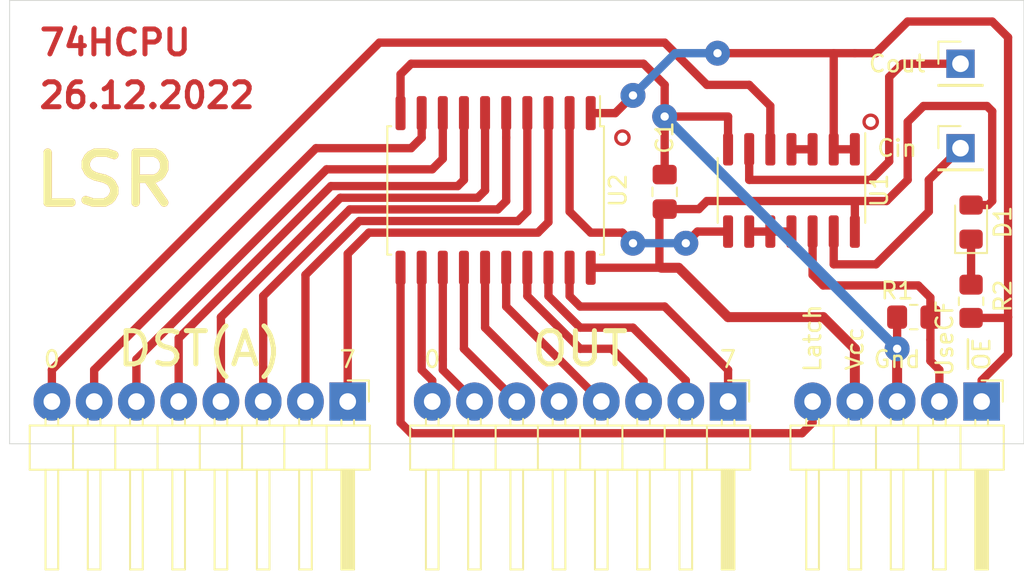
<source format=kicad_pcb>
(kicad_pcb (version 20171130) (host pcbnew "(5.1.8)-1")

  (general
    (thickness 1.6)
    (drawings 23)
    (tracks 165)
    (zones 0)
    (modules 11)
    (nets 28)
  )

  (page A4 portrait)
  (layers
    (0 F.Cu signal)
    (31 B.Cu signal)
    (32 B.Adhes user)
    (33 F.Adhes user)
    (34 B.Paste user)
    (35 F.Paste user)
    (36 B.SilkS user)
    (37 F.SilkS user)
    (38 B.Mask user)
    (39 F.Mask user)
    (40 Dwgs.User user)
    (41 Cmts.User user)
    (42 Eco1.User user)
    (43 Eco2.User user)
    (44 Edge.Cuts user)
    (45 Margin user)
    (46 B.CrtYd user)
    (47 F.CrtYd user)
    (48 B.Fab user)
    (49 F.Fab user)
  )

  (setup
    (last_trace_width 0.25)
    (user_trace_width 0.5)
    (user_trace_width 0.6)
    (trace_clearance 0.2)
    (zone_clearance 0.508)
    (zone_45_only no)
    (trace_min 0.2)
    (via_size 0.8)
    (via_drill 0.4)
    (via_min_size 0.4)
    (via_min_drill 0.3)
    (user_via 1.5 0.5)
    (uvia_size 0.3)
    (uvia_drill 0.1)
    (uvias_allowed no)
    (uvia_min_size 0.2)
    (uvia_min_drill 0.1)
    (edge_width 0.05)
    (segment_width 0.2)
    (pcb_text_width 0.3)
    (pcb_text_size 1.5 1.5)
    (mod_edge_width 0.12)
    (mod_text_size 1 1)
    (mod_text_width 0.15)
    (pad_size 1.524 1.524)
    (pad_drill 0.762)
    (pad_to_mask_clearance 0)
    (aux_axis_origin 63.5 39.37)
    (visible_elements 7FFFFFFF)
    (pcbplotparams
      (layerselection 0x010f0_ffffffff)
      (usegerberextensions true)
      (usegerberattributes false)
      (usegerberadvancedattributes false)
      (creategerberjobfile false)
      (excludeedgelayer true)
      (linewidth 0.100000)
      (plotframeref false)
      (viasonmask false)
      (mode 1)
      (useauxorigin true)
      (hpglpennumber 1)
      (hpglpenspeed 20)
      (hpglpendiameter 15.000000)
      (psnegative false)
      (psa4output false)
      (plotreference true)
      (plotvalue true)
      (plotinvisibletext false)
      (padsonsilk false)
      (subtractmaskfromsilk false)
      (outputformat 1)
      (mirror false)
      (drillshape 0)
      (scaleselection 1)
      (outputdirectory "gerber/"))
  )

  (net 0 "")
  (net 1 VCC)
  (net 2 GND)
  (net 3 "Net-(D1-Pad1)")
  (net 4 "/~(CF&OE)")
  (net 5 /D7)
  (net 6 /D6)
  (net 7 /D5)
  (net 8 /D4)
  (net 9 /D3)
  (net 10 /D2)
  (net 11 /D1)
  (net 12 /D0)
  (net 13 /O0)
  (net 14 /O1)
  (net 15 /O2)
  (net 16 /O3)
  (net 17 /O4)
  (net 18 /O5)
  (net 19 /O6)
  (net 20 /O7)
  (net 21 /CF_IN)
  (net 22 /UseCF)
  (net 23 /~OE)
  (net 24 /Latch)
  (net 25 "Net-(U1-Pad3)")
  (net 26 "Net-(U1-Pad8)")
  (net 27 "Net-(U1-Pad10)")

  (net_class Default "This is the default net class."
    (clearance 0.2)
    (trace_width 0.25)
    (via_dia 0.8)
    (via_drill 0.4)
    (uvia_dia 0.3)
    (uvia_drill 0.1)
    (add_net /CF_IN)
    (add_net /D0)
    (add_net /D1)
    (add_net /D2)
    (add_net /D3)
    (add_net /D4)
    (add_net /D5)
    (add_net /D6)
    (add_net /D7)
    (add_net /Latch)
    (add_net /O0)
    (add_net /O1)
    (add_net /O2)
    (add_net /O3)
    (add_net /O4)
    (add_net /O5)
    (add_net /O6)
    (add_net /O7)
    (add_net /UseCF)
    (add_net "/~(CF&OE)")
    (add_net /~OE)
    (add_net GND)
    (add_net "Net-(D1-Pad1)")
    (add_net "Net-(U1-Pad10)")
    (add_net "Net-(U1-Pad3)")
    (add_net "Net-(U1-Pad8)")
    (add_net VCC)
  )

  (module Connector_PinHeader_2.54mm:PinHeader_1x05_P2.54mm_Horizontal (layer F.Cu) (tedit 59FED5CB) (tstamp 6381A221)
    (at 121.92 63.5 270)
    (descr "Through hole angled pin header, 1x05, 2.54mm pitch, 6mm pin length, single row")
    (tags "Through hole angled pin header THT 1x05 2.54mm single row")
    (path /638139F2)
    (fp_text reference J5 (at 0.635 -1.905 90) (layer F.SilkS) hide
      (effects (font (size 1 1) (thickness 0.15)))
    )
    (fp_text value Conn_01x05_Male (at 4.385 12.43 90) (layer F.Fab)
      (effects (font (size 1 1) (thickness 0.15)))
    )
    (fp_line (start 10.55 -1.8) (end -1.8 -1.8) (layer F.CrtYd) (width 0.05))
    (fp_line (start 10.55 11.95) (end 10.55 -1.8) (layer F.CrtYd) (width 0.05))
    (fp_line (start -1.8 11.95) (end 10.55 11.95) (layer F.CrtYd) (width 0.05))
    (fp_line (start -1.8 -1.8) (end -1.8 11.95) (layer F.CrtYd) (width 0.05))
    (fp_line (start -1.27 -1.27) (end 0 -1.27) (layer F.SilkS) (width 0.12))
    (fp_line (start -1.27 0) (end -1.27 -1.27) (layer F.SilkS) (width 0.12))
    (fp_line (start 1.042929 10.54) (end 1.44 10.54) (layer F.SilkS) (width 0.12))
    (fp_line (start 1.042929 9.78) (end 1.44 9.78) (layer F.SilkS) (width 0.12))
    (fp_line (start 10.1 10.54) (end 4.1 10.54) (layer F.SilkS) (width 0.12))
    (fp_line (start 10.1 9.78) (end 10.1 10.54) (layer F.SilkS) (width 0.12))
    (fp_line (start 4.1 9.78) (end 10.1 9.78) (layer F.SilkS) (width 0.12))
    (fp_line (start 1.44 8.89) (end 4.1 8.89) (layer F.SilkS) (width 0.12))
    (fp_line (start 1.042929 8) (end 1.44 8) (layer F.SilkS) (width 0.12))
    (fp_line (start 1.042929 7.24) (end 1.44 7.24) (layer F.SilkS) (width 0.12))
    (fp_line (start 10.1 8) (end 4.1 8) (layer F.SilkS) (width 0.12))
    (fp_line (start 10.1 7.24) (end 10.1 8) (layer F.SilkS) (width 0.12))
    (fp_line (start 4.1 7.24) (end 10.1 7.24) (layer F.SilkS) (width 0.12))
    (fp_line (start 1.44 6.35) (end 4.1 6.35) (layer F.SilkS) (width 0.12))
    (fp_line (start 1.042929 5.46) (end 1.44 5.46) (layer F.SilkS) (width 0.12))
    (fp_line (start 1.042929 4.7) (end 1.44 4.7) (layer F.SilkS) (width 0.12))
    (fp_line (start 10.1 5.46) (end 4.1 5.46) (layer F.SilkS) (width 0.12))
    (fp_line (start 10.1 4.7) (end 10.1 5.46) (layer F.SilkS) (width 0.12))
    (fp_line (start 4.1 4.7) (end 10.1 4.7) (layer F.SilkS) (width 0.12))
    (fp_line (start 1.44 3.81) (end 4.1 3.81) (layer F.SilkS) (width 0.12))
    (fp_line (start 1.042929 2.92) (end 1.44 2.92) (layer F.SilkS) (width 0.12))
    (fp_line (start 1.042929 2.16) (end 1.44 2.16) (layer F.SilkS) (width 0.12))
    (fp_line (start 10.1 2.92) (end 4.1 2.92) (layer F.SilkS) (width 0.12))
    (fp_line (start 10.1 2.16) (end 10.1 2.92) (layer F.SilkS) (width 0.12))
    (fp_line (start 4.1 2.16) (end 10.1 2.16) (layer F.SilkS) (width 0.12))
    (fp_line (start 1.44 1.27) (end 4.1 1.27) (layer F.SilkS) (width 0.12))
    (fp_line (start 1.11 0.38) (end 1.44 0.38) (layer F.SilkS) (width 0.12))
    (fp_line (start 1.11 -0.38) (end 1.44 -0.38) (layer F.SilkS) (width 0.12))
    (fp_line (start 4.1 0.28) (end 10.1 0.28) (layer F.SilkS) (width 0.12))
    (fp_line (start 4.1 0.16) (end 10.1 0.16) (layer F.SilkS) (width 0.12))
    (fp_line (start 4.1 0.04) (end 10.1 0.04) (layer F.SilkS) (width 0.12))
    (fp_line (start 4.1 -0.08) (end 10.1 -0.08) (layer F.SilkS) (width 0.12))
    (fp_line (start 4.1 -0.2) (end 10.1 -0.2) (layer F.SilkS) (width 0.12))
    (fp_line (start 4.1 -0.32) (end 10.1 -0.32) (layer F.SilkS) (width 0.12))
    (fp_line (start 10.1 0.38) (end 4.1 0.38) (layer F.SilkS) (width 0.12))
    (fp_line (start 10.1 -0.38) (end 10.1 0.38) (layer F.SilkS) (width 0.12))
    (fp_line (start 4.1 -0.38) (end 10.1 -0.38) (layer F.SilkS) (width 0.12))
    (fp_line (start 4.1 -1.33) (end 1.44 -1.33) (layer F.SilkS) (width 0.12))
    (fp_line (start 4.1 11.49) (end 4.1 -1.33) (layer F.SilkS) (width 0.12))
    (fp_line (start 1.44 11.49) (end 4.1 11.49) (layer F.SilkS) (width 0.12))
    (fp_line (start 1.44 -1.33) (end 1.44 11.49) (layer F.SilkS) (width 0.12))
    (fp_line (start 4.04 10.48) (end 10.04 10.48) (layer F.Fab) (width 0.1))
    (fp_line (start 10.04 9.84) (end 10.04 10.48) (layer F.Fab) (width 0.1))
    (fp_line (start 4.04 9.84) (end 10.04 9.84) (layer F.Fab) (width 0.1))
    (fp_line (start -0.32 10.48) (end 1.5 10.48) (layer F.Fab) (width 0.1))
    (fp_line (start -0.32 9.84) (end -0.32 10.48) (layer F.Fab) (width 0.1))
    (fp_line (start -0.32 9.84) (end 1.5 9.84) (layer F.Fab) (width 0.1))
    (fp_line (start 4.04 7.94) (end 10.04 7.94) (layer F.Fab) (width 0.1))
    (fp_line (start 10.04 7.3) (end 10.04 7.94) (layer F.Fab) (width 0.1))
    (fp_line (start 4.04 7.3) (end 10.04 7.3) (layer F.Fab) (width 0.1))
    (fp_line (start -0.32 7.94) (end 1.5 7.94) (layer F.Fab) (width 0.1))
    (fp_line (start -0.32 7.3) (end -0.32 7.94) (layer F.Fab) (width 0.1))
    (fp_line (start -0.32 7.3) (end 1.5 7.3) (layer F.Fab) (width 0.1))
    (fp_line (start 4.04 5.4) (end 10.04 5.4) (layer F.Fab) (width 0.1))
    (fp_line (start 10.04 4.76) (end 10.04 5.4) (layer F.Fab) (width 0.1))
    (fp_line (start 4.04 4.76) (end 10.04 4.76) (layer F.Fab) (width 0.1))
    (fp_line (start -0.32 5.4) (end 1.5 5.4) (layer F.Fab) (width 0.1))
    (fp_line (start -0.32 4.76) (end -0.32 5.4) (layer F.Fab) (width 0.1))
    (fp_line (start -0.32 4.76) (end 1.5 4.76) (layer F.Fab) (width 0.1))
    (fp_line (start 4.04 2.86) (end 10.04 2.86) (layer F.Fab) (width 0.1))
    (fp_line (start 10.04 2.22) (end 10.04 2.86) (layer F.Fab) (width 0.1))
    (fp_line (start 4.04 2.22) (end 10.04 2.22) (layer F.Fab) (width 0.1))
    (fp_line (start -0.32 2.86) (end 1.5 2.86) (layer F.Fab) (width 0.1))
    (fp_line (start -0.32 2.22) (end -0.32 2.86) (layer F.Fab) (width 0.1))
    (fp_line (start -0.32 2.22) (end 1.5 2.22) (layer F.Fab) (width 0.1))
    (fp_line (start 4.04 0.32) (end 10.04 0.32) (layer F.Fab) (width 0.1))
    (fp_line (start 10.04 -0.32) (end 10.04 0.32) (layer F.Fab) (width 0.1))
    (fp_line (start 4.04 -0.32) (end 10.04 -0.32) (layer F.Fab) (width 0.1))
    (fp_line (start -0.32 0.32) (end 1.5 0.32) (layer F.Fab) (width 0.1))
    (fp_line (start -0.32 -0.32) (end -0.32 0.32) (layer F.Fab) (width 0.1))
    (fp_line (start -0.32 -0.32) (end 1.5 -0.32) (layer F.Fab) (width 0.1))
    (fp_line (start 1.5 -0.635) (end 2.135 -1.27) (layer F.Fab) (width 0.1))
    (fp_line (start 1.5 11.43) (end 1.5 -0.635) (layer F.Fab) (width 0.1))
    (fp_line (start 4.04 11.43) (end 1.5 11.43) (layer F.Fab) (width 0.1))
    (fp_line (start 4.04 -1.27) (end 4.04 11.43) (layer F.Fab) (width 0.1))
    (fp_line (start 2.135 -1.27) (end 4.04 -1.27) (layer F.Fab) (width 0.1))
    (fp_text user %R (at 2.77 5.08) (layer F.Fab)
      (effects (font (size 1 1) (thickness 0.15)))
    )
    (pad 5 thru_hole oval (at 0 10.16 270) (size 2.3 2.2) (drill 1) (layers *.Cu *.Mask)
      (net 24 /Latch))
    (pad 4 thru_hole oval (at 0 7.62 270) (size 2.3 2.2) (drill 1) (layers *.Cu *.Mask)
      (net 1 VCC))
    (pad 3 thru_hole oval (at 0 5.08 270) (size 2.3 2.2) (drill 1) (layers *.Cu *.Mask)
      (net 2 GND))
    (pad 2 thru_hole oval (at 0 2.54 270) (size 2.3 2.2) (drill 1) (layers *.Cu *.Mask)
      (net 22 /UseCF))
    (pad 1 thru_hole rect (at 0 0 270) (size 2.3 2.2) (drill 1) (layers *.Cu *.Mask)
      (net 23 /~OE))
    (model ${KISYS3DMOD}/Connector_PinHeader_2.54mm.3dshapes/PinHeader_1x05_P2.54mm_Horizontal.wrl
      (at (xyz 0 0 0))
      (scale (xyz 1 1 1))
      (rotate (xyz 0 0 0))
    )
  )

  (module Capacitor_SMD:C_0805_2012Metric_Pad1.18x1.45mm_HandSolder (layer F.Cu) (tedit 5F68FEEF) (tstamp 6381A0C9)
    (at 102.87 50.885 90)
    (descr "Capacitor SMD 0805 (2012 Metric), square (rectangular) end terminal, IPC_7351 nominal with elongated pad for handsoldering. (Body size source: IPC-SM-782 page 76, https://www.pcb-3d.com/wordpress/wp-content/uploads/ipc-sm-782a_amendment_1_and_2.pdf, https://docs.google.com/spreadsheets/d/1BsfQQcO9C6DZCsRaXUlFlo91Tg2WpOkGARC1WS5S8t0/edit?usp=sharing), generated with kicad-footprint-generator")
    (tags "capacitor handsolder")
    (path /63844C3E)
    (attr smd)
    (fp_text reference C1 (at 3.26 0 90) (layer F.SilkS)
      (effects (font (size 1 1) (thickness 0.15)))
    )
    (fp_text value 0.1uF (at 0 1.68 90) (layer F.Fab)
      (effects (font (size 1 1) (thickness 0.15)))
    )
    (fp_line (start -1 0.625) (end -1 -0.625) (layer F.Fab) (width 0.1))
    (fp_line (start -1 -0.625) (end 1 -0.625) (layer F.Fab) (width 0.1))
    (fp_line (start 1 -0.625) (end 1 0.625) (layer F.Fab) (width 0.1))
    (fp_line (start 1 0.625) (end -1 0.625) (layer F.Fab) (width 0.1))
    (fp_line (start -0.261252 -0.735) (end 0.261252 -0.735) (layer F.SilkS) (width 0.12))
    (fp_line (start -0.261252 0.735) (end 0.261252 0.735) (layer F.SilkS) (width 0.12))
    (fp_line (start -1.88 0.98) (end -1.88 -0.98) (layer F.CrtYd) (width 0.05))
    (fp_line (start -1.88 -0.98) (end 1.88 -0.98) (layer F.CrtYd) (width 0.05))
    (fp_line (start 1.88 -0.98) (end 1.88 0.98) (layer F.CrtYd) (width 0.05))
    (fp_line (start 1.88 0.98) (end -1.88 0.98) (layer F.CrtYd) (width 0.05))
    (fp_text user %R (at 0 0 90) (layer F.Fab)
      (effects (font (size 0.5 0.5) (thickness 0.08)))
    )
    (pad 1 smd roundrect (at -1.0375 0 90) (size 1.175 1.45) (layers F.Cu F.Paste F.Mask) (roundrect_rratio 0.2127659574468085)
      (net 1 VCC))
    (pad 2 smd roundrect (at 1.0375 0 90) (size 1.175 1.45) (layers F.Cu F.Paste F.Mask) (roundrect_rratio 0.2127659574468085)
      (net 2 GND))
    (model ${KISYS3DMOD}/Capacitor_SMD.3dshapes/C_0805_2012Metric.wrl
      (at (xyz 0 0 0))
      (scale (xyz 1 1 1))
      (rotate (xyz 0 0 0))
    )
  )

  (module LED_SMD:LED_0805_2012Metric_Pad1.15x1.40mm_HandSolder (layer F.Cu) (tedit 5F68FEF1) (tstamp 6381A0DC)
    (at 121.285 52.705 90)
    (descr "LED SMD 0805 (2012 Metric), square (rectangular) end terminal, IPC_7351 nominal, (Body size source: https://docs.google.com/spreadsheets/d/1BsfQQcO9C6DZCsRaXUlFlo91Tg2WpOkGARC1WS5S8t0/edit?usp=sharing), generated with kicad-footprint-generator")
    (tags "LED handsolder")
    (path /63843747)
    (attr smd)
    (fp_text reference D1 (at 0 1.905 90) (layer F.SilkS)
      (effects (font (size 1 1) (thickness 0.15)))
    )
    (fp_text value LED (at 0 1.65 90) (layer F.Fab)
      (effects (font (size 1 1) (thickness 0.15)))
    )
    (fp_line (start 1 -0.6) (end -0.7 -0.6) (layer F.Fab) (width 0.1))
    (fp_line (start -0.7 -0.6) (end -1 -0.3) (layer F.Fab) (width 0.1))
    (fp_line (start -1 -0.3) (end -1 0.6) (layer F.Fab) (width 0.1))
    (fp_line (start -1 0.6) (end 1 0.6) (layer F.Fab) (width 0.1))
    (fp_line (start 1 0.6) (end 1 -0.6) (layer F.Fab) (width 0.1))
    (fp_line (start 1 -0.96) (end -1.86 -0.96) (layer F.SilkS) (width 0.12))
    (fp_line (start -1.86 -0.96) (end -1.86 0.96) (layer F.SilkS) (width 0.12))
    (fp_line (start -1.86 0.96) (end 1 0.96) (layer F.SilkS) (width 0.12))
    (fp_line (start -1.85 0.95) (end -1.85 -0.95) (layer F.CrtYd) (width 0.05))
    (fp_line (start -1.85 -0.95) (end 1.85 -0.95) (layer F.CrtYd) (width 0.05))
    (fp_line (start 1.85 -0.95) (end 1.85 0.95) (layer F.CrtYd) (width 0.05))
    (fp_line (start 1.85 0.95) (end -1.85 0.95) (layer F.CrtYd) (width 0.05))
    (fp_text user %R (at 0 0 90) (layer F.Fab)
      (effects (font (size 0.5 0.5) (thickness 0.08)))
    )
    (pad 1 smd roundrect (at -1.025 0 90) (size 1.15 1.4) (layers F.Cu F.Paste F.Mask) (roundrect_rratio 0.2173904347826087)
      (net 3 "Net-(D1-Pad1)"))
    (pad 2 smd roundrect (at 1.025 0 90) (size 1.15 1.4) (layers F.Cu F.Paste F.Mask) (roundrect_rratio 0.2173904347826087)
      (net 1 VCC))
    (model ${KISYS3DMOD}/LED_SMD.3dshapes/LED_0805_2012Metric.wrl
      (at (xyz 0 0 0))
      (scale (xyz 1 1 1))
      (rotate (xyz 0 0 0))
    )
  )

  (module Connector_PinHeader_2.54mm:PinHeader_1x01_P2.54mm_Vertical (layer F.Cu) (tedit 59FED5CC) (tstamp 6381A0F1)
    (at 120.65 43.18)
    (descr "Through hole straight pin header, 1x01, 2.54mm pitch, single row")
    (tags "Through hole pin header THT 1x01 2.54mm single row")
    (path /6382CC68)
    (fp_text reference J1 (at 0 -2.33) (layer F.SilkS) hide
      (effects (font (size 1 1) (thickness 0.15)))
    )
    (fp_text value Conn_01x01_Male (at -3.4925 -2.54) (layer F.Fab)
      (effects (font (size 1 1) (thickness 0.15)))
    )
    (fp_line (start -0.635 -1.27) (end 1.27 -1.27) (layer F.Fab) (width 0.1))
    (fp_line (start 1.27 -1.27) (end 1.27 1.27) (layer F.Fab) (width 0.1))
    (fp_line (start 1.27 1.27) (end -1.27 1.27) (layer F.Fab) (width 0.1))
    (fp_line (start -1.27 1.27) (end -1.27 -0.635) (layer F.Fab) (width 0.1))
    (fp_line (start -1.27 -0.635) (end -0.635 -1.27) (layer F.Fab) (width 0.1))
    (fp_line (start -1.33 1.33) (end 1.33 1.33) (layer F.SilkS) (width 0.12))
    (fp_line (start -1.33 1.27) (end -1.33 1.33) (layer F.SilkS) (width 0.12))
    (fp_line (start 1.33 1.27) (end 1.33 1.33) (layer F.SilkS) (width 0.12))
    (fp_line (start -1.33 1.27) (end 1.33 1.27) (layer F.SilkS) (width 0.12))
    (fp_line (start -1.33 0) (end -1.33 -1.33) (layer F.SilkS) (width 0.12))
    (fp_line (start -1.33 -1.33) (end 0 -1.33) (layer F.SilkS) (width 0.12))
    (fp_line (start -1.8 -1.8) (end -1.8 1.8) (layer F.CrtYd) (width 0.05))
    (fp_line (start -1.8 1.8) (end 1.8 1.8) (layer F.CrtYd) (width 0.05))
    (fp_line (start 1.8 1.8) (end 1.8 -1.8) (layer F.CrtYd) (width 0.05))
    (fp_line (start 1.8 -1.8) (end -1.8 -1.8) (layer F.CrtYd) (width 0.05))
    (fp_text user %R (at 0 0 90) (layer F.Fab)
      (effects (font (size 1 1) (thickness 0.15)))
    )
    (pad 1 thru_hole rect (at 0 0) (size 1.7 1.7) (drill 1) (layers *.Cu *.Mask)
      (net 4 "/~(CF&OE)"))
    (model ${KISYS3DMOD}/Connector_PinHeader_2.54mm.3dshapes/PinHeader_1x01_P2.54mm_Vertical.wrl
      (at (xyz 0 0 0))
      (scale (xyz 1 1 1))
      (rotate (xyz 0 0 0))
    )
  )

  (module Connector_PinHeader_2.54mm:PinHeader_1x08_P2.54mm_Horizontal (layer F.Cu) (tedit 59FED5CB) (tstamp 6381A172)
    (at 83.82 63.5 270)
    (descr "Through hole angled pin header, 1x08, 2.54mm pitch, 6mm pin length, single row")
    (tags "Through hole angled pin header THT 1x08 2.54mm single row")
    (path /638169EE)
    (fp_text reference J2 (at 0.635 -2.27 90) (layer F.SilkS) hide
      (effects (font (size 1 1) (thickness 0.15)))
    )
    (fp_text value Conn_01x08_Male (at 4.385 20.05 90) (layer F.Fab)
      (effects (font (size 1 1) (thickness 0.15)))
    )
    (fp_line (start 2.135 -1.27) (end 4.04 -1.27) (layer F.Fab) (width 0.1))
    (fp_line (start 4.04 -1.27) (end 4.04 19.05) (layer F.Fab) (width 0.1))
    (fp_line (start 4.04 19.05) (end 1.5 19.05) (layer F.Fab) (width 0.1))
    (fp_line (start 1.5 19.05) (end 1.5 -0.635) (layer F.Fab) (width 0.1))
    (fp_line (start 1.5 -0.635) (end 2.135 -1.27) (layer F.Fab) (width 0.1))
    (fp_line (start -0.32 -0.32) (end 1.5 -0.32) (layer F.Fab) (width 0.1))
    (fp_line (start -0.32 -0.32) (end -0.32 0.32) (layer F.Fab) (width 0.1))
    (fp_line (start -0.32 0.32) (end 1.5 0.32) (layer F.Fab) (width 0.1))
    (fp_line (start 4.04 -0.32) (end 10.04 -0.32) (layer F.Fab) (width 0.1))
    (fp_line (start 10.04 -0.32) (end 10.04 0.32) (layer F.Fab) (width 0.1))
    (fp_line (start 4.04 0.32) (end 10.04 0.32) (layer F.Fab) (width 0.1))
    (fp_line (start -0.32 2.22) (end 1.5 2.22) (layer F.Fab) (width 0.1))
    (fp_line (start -0.32 2.22) (end -0.32 2.86) (layer F.Fab) (width 0.1))
    (fp_line (start -0.32 2.86) (end 1.5 2.86) (layer F.Fab) (width 0.1))
    (fp_line (start 4.04 2.22) (end 10.04 2.22) (layer F.Fab) (width 0.1))
    (fp_line (start 10.04 2.22) (end 10.04 2.86) (layer F.Fab) (width 0.1))
    (fp_line (start 4.04 2.86) (end 10.04 2.86) (layer F.Fab) (width 0.1))
    (fp_line (start -0.32 4.76) (end 1.5 4.76) (layer F.Fab) (width 0.1))
    (fp_line (start -0.32 4.76) (end -0.32 5.4) (layer F.Fab) (width 0.1))
    (fp_line (start -0.32 5.4) (end 1.5 5.4) (layer F.Fab) (width 0.1))
    (fp_line (start 4.04 4.76) (end 10.04 4.76) (layer F.Fab) (width 0.1))
    (fp_line (start 10.04 4.76) (end 10.04 5.4) (layer F.Fab) (width 0.1))
    (fp_line (start 4.04 5.4) (end 10.04 5.4) (layer F.Fab) (width 0.1))
    (fp_line (start -0.32 7.3) (end 1.5 7.3) (layer F.Fab) (width 0.1))
    (fp_line (start -0.32 7.3) (end -0.32 7.94) (layer F.Fab) (width 0.1))
    (fp_line (start -0.32 7.94) (end 1.5 7.94) (layer F.Fab) (width 0.1))
    (fp_line (start 4.04 7.3) (end 10.04 7.3) (layer F.Fab) (width 0.1))
    (fp_line (start 10.04 7.3) (end 10.04 7.94) (layer F.Fab) (width 0.1))
    (fp_line (start 4.04 7.94) (end 10.04 7.94) (layer F.Fab) (width 0.1))
    (fp_line (start -0.32 9.84) (end 1.5 9.84) (layer F.Fab) (width 0.1))
    (fp_line (start -0.32 9.84) (end -0.32 10.48) (layer F.Fab) (width 0.1))
    (fp_line (start -0.32 10.48) (end 1.5 10.48) (layer F.Fab) (width 0.1))
    (fp_line (start 4.04 9.84) (end 10.04 9.84) (layer F.Fab) (width 0.1))
    (fp_line (start 10.04 9.84) (end 10.04 10.48) (layer F.Fab) (width 0.1))
    (fp_line (start 4.04 10.48) (end 10.04 10.48) (layer F.Fab) (width 0.1))
    (fp_line (start -0.32 12.38) (end 1.5 12.38) (layer F.Fab) (width 0.1))
    (fp_line (start -0.32 12.38) (end -0.32 13.02) (layer F.Fab) (width 0.1))
    (fp_line (start -0.32 13.02) (end 1.5 13.02) (layer F.Fab) (width 0.1))
    (fp_line (start 4.04 12.38) (end 10.04 12.38) (layer F.Fab) (width 0.1))
    (fp_line (start 10.04 12.38) (end 10.04 13.02) (layer F.Fab) (width 0.1))
    (fp_line (start 4.04 13.02) (end 10.04 13.02) (layer F.Fab) (width 0.1))
    (fp_line (start -0.32 14.92) (end 1.5 14.92) (layer F.Fab) (width 0.1))
    (fp_line (start -0.32 14.92) (end -0.32 15.56) (layer F.Fab) (width 0.1))
    (fp_line (start -0.32 15.56) (end 1.5 15.56) (layer F.Fab) (width 0.1))
    (fp_line (start 4.04 14.92) (end 10.04 14.92) (layer F.Fab) (width 0.1))
    (fp_line (start 10.04 14.92) (end 10.04 15.56) (layer F.Fab) (width 0.1))
    (fp_line (start 4.04 15.56) (end 10.04 15.56) (layer F.Fab) (width 0.1))
    (fp_line (start -0.32 17.46) (end 1.5 17.46) (layer F.Fab) (width 0.1))
    (fp_line (start -0.32 17.46) (end -0.32 18.1) (layer F.Fab) (width 0.1))
    (fp_line (start -0.32 18.1) (end 1.5 18.1) (layer F.Fab) (width 0.1))
    (fp_line (start 4.04 17.46) (end 10.04 17.46) (layer F.Fab) (width 0.1))
    (fp_line (start 10.04 17.46) (end 10.04 18.1) (layer F.Fab) (width 0.1))
    (fp_line (start 4.04 18.1) (end 10.04 18.1) (layer F.Fab) (width 0.1))
    (fp_line (start 1.44 -1.33) (end 1.44 19.11) (layer F.SilkS) (width 0.12))
    (fp_line (start 1.44 19.11) (end 4.1 19.11) (layer F.SilkS) (width 0.12))
    (fp_line (start 4.1 19.11) (end 4.1 -1.33) (layer F.SilkS) (width 0.12))
    (fp_line (start 4.1 -1.33) (end 1.44 -1.33) (layer F.SilkS) (width 0.12))
    (fp_line (start 4.1 -0.38) (end 10.1 -0.38) (layer F.SilkS) (width 0.12))
    (fp_line (start 10.1 -0.38) (end 10.1 0.38) (layer F.SilkS) (width 0.12))
    (fp_line (start 10.1 0.38) (end 4.1 0.38) (layer F.SilkS) (width 0.12))
    (fp_line (start 4.1 -0.32) (end 10.1 -0.32) (layer F.SilkS) (width 0.12))
    (fp_line (start 4.1 -0.2) (end 10.1 -0.2) (layer F.SilkS) (width 0.12))
    (fp_line (start 4.1 -0.08) (end 10.1 -0.08) (layer F.SilkS) (width 0.12))
    (fp_line (start 4.1 0.04) (end 10.1 0.04) (layer F.SilkS) (width 0.12))
    (fp_line (start 4.1 0.16) (end 10.1 0.16) (layer F.SilkS) (width 0.12))
    (fp_line (start 4.1 0.28) (end 10.1 0.28) (layer F.SilkS) (width 0.12))
    (fp_line (start 1.11 -0.38) (end 1.44 -0.38) (layer F.SilkS) (width 0.12))
    (fp_line (start 1.11 0.38) (end 1.44 0.38) (layer F.SilkS) (width 0.12))
    (fp_line (start 1.44 1.27) (end 4.1 1.27) (layer F.SilkS) (width 0.12))
    (fp_line (start 4.1 2.16) (end 10.1 2.16) (layer F.SilkS) (width 0.12))
    (fp_line (start 10.1 2.16) (end 10.1 2.92) (layer F.SilkS) (width 0.12))
    (fp_line (start 10.1 2.92) (end 4.1 2.92) (layer F.SilkS) (width 0.12))
    (fp_line (start 1.042929 2.16) (end 1.44 2.16) (layer F.SilkS) (width 0.12))
    (fp_line (start 1.042929 2.92) (end 1.44 2.92) (layer F.SilkS) (width 0.12))
    (fp_line (start 1.44 3.81) (end 4.1 3.81) (layer F.SilkS) (width 0.12))
    (fp_line (start 4.1 4.7) (end 10.1 4.7) (layer F.SilkS) (width 0.12))
    (fp_line (start 10.1 4.7) (end 10.1 5.46) (layer F.SilkS) (width 0.12))
    (fp_line (start 10.1 5.46) (end 4.1 5.46) (layer F.SilkS) (width 0.12))
    (fp_line (start 1.042929 4.7) (end 1.44 4.7) (layer F.SilkS) (width 0.12))
    (fp_line (start 1.042929 5.46) (end 1.44 5.46) (layer F.SilkS) (width 0.12))
    (fp_line (start 1.44 6.35) (end 4.1 6.35) (layer F.SilkS) (width 0.12))
    (fp_line (start 4.1 7.24) (end 10.1 7.24) (layer F.SilkS) (width 0.12))
    (fp_line (start 10.1 7.24) (end 10.1 8) (layer F.SilkS) (width 0.12))
    (fp_line (start 10.1 8) (end 4.1 8) (layer F.SilkS) (width 0.12))
    (fp_line (start 1.042929 7.24) (end 1.44 7.24) (layer F.SilkS) (width 0.12))
    (fp_line (start 1.042929 8) (end 1.44 8) (layer F.SilkS) (width 0.12))
    (fp_line (start 1.44 8.89) (end 4.1 8.89) (layer F.SilkS) (width 0.12))
    (fp_line (start 4.1 9.78) (end 10.1 9.78) (layer F.SilkS) (width 0.12))
    (fp_line (start 10.1 9.78) (end 10.1 10.54) (layer F.SilkS) (width 0.12))
    (fp_line (start 10.1 10.54) (end 4.1 10.54) (layer F.SilkS) (width 0.12))
    (fp_line (start 1.042929 9.78) (end 1.44 9.78) (layer F.SilkS) (width 0.12))
    (fp_line (start 1.042929 10.54) (end 1.44 10.54) (layer F.SilkS) (width 0.12))
    (fp_line (start 1.44 11.43) (end 4.1 11.43) (layer F.SilkS) (width 0.12))
    (fp_line (start 4.1 12.32) (end 10.1 12.32) (layer F.SilkS) (width 0.12))
    (fp_line (start 10.1 12.32) (end 10.1 13.08) (layer F.SilkS) (width 0.12))
    (fp_line (start 10.1 13.08) (end 4.1 13.08) (layer F.SilkS) (width 0.12))
    (fp_line (start 1.042929 12.32) (end 1.44 12.32) (layer F.SilkS) (width 0.12))
    (fp_line (start 1.042929 13.08) (end 1.44 13.08) (layer F.SilkS) (width 0.12))
    (fp_line (start 1.44 13.97) (end 4.1 13.97) (layer F.SilkS) (width 0.12))
    (fp_line (start 4.1 14.86) (end 10.1 14.86) (layer F.SilkS) (width 0.12))
    (fp_line (start 10.1 14.86) (end 10.1 15.62) (layer F.SilkS) (width 0.12))
    (fp_line (start 10.1 15.62) (end 4.1 15.62) (layer F.SilkS) (width 0.12))
    (fp_line (start 1.042929 14.86) (end 1.44 14.86) (layer F.SilkS) (width 0.12))
    (fp_line (start 1.042929 15.62) (end 1.44 15.62) (layer F.SilkS) (width 0.12))
    (fp_line (start 1.44 16.51) (end 4.1 16.51) (layer F.SilkS) (width 0.12))
    (fp_line (start 4.1 17.4) (end 10.1 17.4) (layer F.SilkS) (width 0.12))
    (fp_line (start 10.1 17.4) (end 10.1 18.16) (layer F.SilkS) (width 0.12))
    (fp_line (start 10.1 18.16) (end 4.1 18.16) (layer F.SilkS) (width 0.12))
    (fp_line (start 1.042929 17.4) (end 1.44 17.4) (layer F.SilkS) (width 0.12))
    (fp_line (start 1.042929 18.16) (end 1.44 18.16) (layer F.SilkS) (width 0.12))
    (fp_line (start -1.27 0) (end -1.27 -1.27) (layer F.SilkS) (width 0.12))
    (fp_line (start -1.27 -1.27) (end 0 -1.27) (layer F.SilkS) (width 0.12))
    (fp_line (start -1.8 -1.8) (end -1.8 19.55) (layer F.CrtYd) (width 0.05))
    (fp_line (start -1.8 19.55) (end 10.55 19.55) (layer F.CrtYd) (width 0.05))
    (fp_line (start 10.55 19.55) (end 10.55 -1.8) (layer F.CrtYd) (width 0.05))
    (fp_line (start 10.55 -1.8) (end -1.8 -1.8) (layer F.CrtYd) (width 0.05))
    (fp_text user %R (at 2.77 8.89) (layer F.Fab)
      (effects (font (size 1 1) (thickness 0.15)))
    )
    (pad 1 thru_hole rect (at 0 0 270) (size 2.3 2.2) (drill 1) (layers *.Cu *.Mask)
      (net 5 /D7))
    (pad 2 thru_hole oval (at 0 2.54 270) (size 2.3 2.2) (drill 1) (layers *.Cu *.Mask)
      (net 6 /D6))
    (pad 3 thru_hole oval (at 0 5.08 270) (size 2.3 2.2) (drill 1) (layers *.Cu *.Mask)
      (net 7 /D5))
    (pad 4 thru_hole oval (at 0 7.62 270) (size 2.3 2.2) (drill 1) (layers *.Cu *.Mask)
      (net 8 /D4))
    (pad 5 thru_hole oval (at 0 10.16 270) (size 2.3 2.2) (drill 1) (layers *.Cu *.Mask)
      (net 9 /D3))
    (pad 6 thru_hole oval (at 0 12.7 270) (size 2.3 2.2) (drill 1) (layers *.Cu *.Mask)
      (net 10 /D2))
    (pad 7 thru_hole oval (at 0 15.24 270) (size 2.3 2.2) (drill 1) (layers *.Cu *.Mask)
      (net 11 /D1))
    (pad 8 thru_hole oval (at 0 17.78 270) (size 2.3 2.2) (drill 1) (layers *.Cu *.Mask)
      (net 12 /D0))
    (model ${KISYS3DMOD}/Connector_PinHeader_2.54mm.3dshapes/PinHeader_1x08_P2.54mm_Horizontal.wrl
      (at (xyz 0 0 0))
      (scale (xyz 1 1 1))
      (rotate (xyz 0 0 0))
    )
  )

  (module Connector_PinHeader_2.54mm:PinHeader_1x08_P2.54mm_Horizontal (layer F.Cu) (tedit 59FED5CB) (tstamp 6381A1F3)
    (at 106.68 63.5 270)
    (descr "Through hole angled pin header, 1x08, 2.54mm pitch, 6mm pin length, single row")
    (tags "Through hole angled pin header THT 1x08 2.54mm single row")
    (path /63814E73)
    (fp_text reference J3 (at 0 -2.27 90) (layer F.SilkS) hide
      (effects (font (size 1 1) (thickness 0.15)))
    )
    (fp_text value Conn_01x08_Male (at 4.385 20.05 90) (layer F.Fab)
      (effects (font (size 1 1) (thickness 0.15)))
    )
    (fp_line (start 10.55 -1.8) (end -1.8 -1.8) (layer F.CrtYd) (width 0.05))
    (fp_line (start 10.55 19.55) (end 10.55 -1.8) (layer F.CrtYd) (width 0.05))
    (fp_line (start -1.8 19.55) (end 10.55 19.55) (layer F.CrtYd) (width 0.05))
    (fp_line (start -1.8 -1.8) (end -1.8 19.55) (layer F.CrtYd) (width 0.05))
    (fp_line (start -1.27 -1.27) (end 0 -1.27) (layer F.SilkS) (width 0.12))
    (fp_line (start -1.27 0) (end -1.27 -1.27) (layer F.SilkS) (width 0.12))
    (fp_line (start 1.042929 18.16) (end 1.44 18.16) (layer F.SilkS) (width 0.12))
    (fp_line (start 1.042929 17.4) (end 1.44 17.4) (layer F.SilkS) (width 0.12))
    (fp_line (start 10.1 18.16) (end 4.1 18.16) (layer F.SilkS) (width 0.12))
    (fp_line (start 10.1 17.4) (end 10.1 18.16) (layer F.SilkS) (width 0.12))
    (fp_line (start 4.1 17.4) (end 10.1 17.4) (layer F.SilkS) (width 0.12))
    (fp_line (start 1.44 16.51) (end 4.1 16.51) (layer F.SilkS) (width 0.12))
    (fp_line (start 1.042929 15.62) (end 1.44 15.62) (layer F.SilkS) (width 0.12))
    (fp_line (start 1.042929 14.86) (end 1.44 14.86) (layer F.SilkS) (width 0.12))
    (fp_line (start 10.1 15.62) (end 4.1 15.62) (layer F.SilkS) (width 0.12))
    (fp_line (start 10.1 14.86) (end 10.1 15.62) (layer F.SilkS) (width 0.12))
    (fp_line (start 4.1 14.86) (end 10.1 14.86) (layer F.SilkS) (width 0.12))
    (fp_line (start 1.44 13.97) (end 4.1 13.97) (layer F.SilkS) (width 0.12))
    (fp_line (start 1.042929 13.08) (end 1.44 13.08) (layer F.SilkS) (width 0.12))
    (fp_line (start 1.042929 12.32) (end 1.44 12.32) (layer F.SilkS) (width 0.12))
    (fp_line (start 10.1 13.08) (end 4.1 13.08) (layer F.SilkS) (width 0.12))
    (fp_line (start 10.1 12.32) (end 10.1 13.08) (layer F.SilkS) (width 0.12))
    (fp_line (start 4.1 12.32) (end 10.1 12.32) (layer F.SilkS) (width 0.12))
    (fp_line (start 1.44 11.43) (end 4.1 11.43) (layer F.SilkS) (width 0.12))
    (fp_line (start 1.042929 10.54) (end 1.44 10.54) (layer F.SilkS) (width 0.12))
    (fp_line (start 1.042929 9.78) (end 1.44 9.78) (layer F.SilkS) (width 0.12))
    (fp_line (start 10.1 10.54) (end 4.1 10.54) (layer F.SilkS) (width 0.12))
    (fp_line (start 10.1 9.78) (end 10.1 10.54) (layer F.SilkS) (width 0.12))
    (fp_line (start 4.1 9.78) (end 10.1 9.78) (layer F.SilkS) (width 0.12))
    (fp_line (start 1.44 8.89) (end 4.1 8.89) (layer F.SilkS) (width 0.12))
    (fp_line (start 1.042929 8) (end 1.44 8) (layer F.SilkS) (width 0.12))
    (fp_line (start 1.042929 7.24) (end 1.44 7.24) (layer F.SilkS) (width 0.12))
    (fp_line (start 10.1 8) (end 4.1 8) (layer F.SilkS) (width 0.12))
    (fp_line (start 10.1 7.24) (end 10.1 8) (layer F.SilkS) (width 0.12))
    (fp_line (start 4.1 7.24) (end 10.1 7.24) (layer F.SilkS) (width 0.12))
    (fp_line (start 1.44 6.35) (end 4.1 6.35) (layer F.SilkS) (width 0.12))
    (fp_line (start 1.042929 5.46) (end 1.44 5.46) (layer F.SilkS) (width 0.12))
    (fp_line (start 1.042929 4.7) (end 1.44 4.7) (layer F.SilkS) (width 0.12))
    (fp_line (start 10.1 5.46) (end 4.1 5.46) (layer F.SilkS) (width 0.12))
    (fp_line (start 10.1 4.7) (end 10.1 5.46) (layer F.SilkS) (width 0.12))
    (fp_line (start 4.1 4.7) (end 10.1 4.7) (layer F.SilkS) (width 0.12))
    (fp_line (start 1.44 3.81) (end 4.1 3.81) (layer F.SilkS) (width 0.12))
    (fp_line (start 1.042929 2.92) (end 1.44 2.92) (layer F.SilkS) (width 0.12))
    (fp_line (start 1.042929 2.16) (end 1.44 2.16) (layer F.SilkS) (width 0.12))
    (fp_line (start 10.1 2.92) (end 4.1 2.92) (layer F.SilkS) (width 0.12))
    (fp_line (start 10.1 2.16) (end 10.1 2.92) (layer F.SilkS) (width 0.12))
    (fp_line (start 4.1 2.16) (end 10.1 2.16) (layer F.SilkS) (width 0.12))
    (fp_line (start 1.44 1.27) (end 4.1 1.27) (layer F.SilkS) (width 0.12))
    (fp_line (start 1.11 0.38) (end 1.44 0.38) (layer F.SilkS) (width 0.12))
    (fp_line (start 1.11 -0.38) (end 1.44 -0.38) (layer F.SilkS) (width 0.12))
    (fp_line (start 4.1 0.28) (end 10.1 0.28) (layer F.SilkS) (width 0.12))
    (fp_line (start 4.1 0.16) (end 10.1 0.16) (layer F.SilkS) (width 0.12))
    (fp_line (start 4.1 0.04) (end 10.1 0.04) (layer F.SilkS) (width 0.12))
    (fp_line (start 4.1 -0.08) (end 10.1 -0.08) (layer F.SilkS) (width 0.12))
    (fp_line (start 4.1 -0.2) (end 10.1 -0.2) (layer F.SilkS) (width 0.12))
    (fp_line (start 4.1 -0.32) (end 10.1 -0.32) (layer F.SilkS) (width 0.12))
    (fp_line (start 10.1 0.38) (end 4.1 0.38) (layer F.SilkS) (width 0.12))
    (fp_line (start 10.1 -0.38) (end 10.1 0.38) (layer F.SilkS) (width 0.12))
    (fp_line (start 4.1 -0.38) (end 10.1 -0.38) (layer F.SilkS) (width 0.12))
    (fp_line (start 4.1 -1.33) (end 1.44 -1.33) (layer F.SilkS) (width 0.12))
    (fp_line (start 4.1 19.11) (end 4.1 -1.33) (layer F.SilkS) (width 0.12))
    (fp_line (start 1.44 19.11) (end 4.1 19.11) (layer F.SilkS) (width 0.12))
    (fp_line (start 1.44 -1.33) (end 1.44 19.11) (layer F.SilkS) (width 0.12))
    (fp_line (start 4.04 18.1) (end 10.04 18.1) (layer F.Fab) (width 0.1))
    (fp_line (start 10.04 17.46) (end 10.04 18.1) (layer F.Fab) (width 0.1))
    (fp_line (start 4.04 17.46) (end 10.04 17.46) (layer F.Fab) (width 0.1))
    (fp_line (start -0.32 18.1) (end 1.5 18.1) (layer F.Fab) (width 0.1))
    (fp_line (start -0.32 17.46) (end -0.32 18.1) (layer F.Fab) (width 0.1))
    (fp_line (start -0.32 17.46) (end 1.5 17.46) (layer F.Fab) (width 0.1))
    (fp_line (start 4.04 15.56) (end 10.04 15.56) (layer F.Fab) (width 0.1))
    (fp_line (start 10.04 14.92) (end 10.04 15.56) (layer F.Fab) (width 0.1))
    (fp_line (start 4.04 14.92) (end 10.04 14.92) (layer F.Fab) (width 0.1))
    (fp_line (start -0.32 15.56) (end 1.5 15.56) (layer F.Fab) (width 0.1))
    (fp_line (start -0.32 14.92) (end -0.32 15.56) (layer F.Fab) (width 0.1))
    (fp_line (start -0.32 14.92) (end 1.5 14.92) (layer F.Fab) (width 0.1))
    (fp_line (start 4.04 13.02) (end 10.04 13.02) (layer F.Fab) (width 0.1))
    (fp_line (start 10.04 12.38) (end 10.04 13.02) (layer F.Fab) (width 0.1))
    (fp_line (start 4.04 12.38) (end 10.04 12.38) (layer F.Fab) (width 0.1))
    (fp_line (start -0.32 13.02) (end 1.5 13.02) (layer F.Fab) (width 0.1))
    (fp_line (start -0.32 12.38) (end -0.32 13.02) (layer F.Fab) (width 0.1))
    (fp_line (start -0.32 12.38) (end 1.5 12.38) (layer F.Fab) (width 0.1))
    (fp_line (start 4.04 10.48) (end 10.04 10.48) (layer F.Fab) (width 0.1))
    (fp_line (start 10.04 9.84) (end 10.04 10.48) (layer F.Fab) (width 0.1))
    (fp_line (start 4.04 9.84) (end 10.04 9.84) (layer F.Fab) (width 0.1))
    (fp_line (start -0.32 10.48) (end 1.5 10.48) (layer F.Fab) (width 0.1))
    (fp_line (start -0.32 9.84) (end -0.32 10.48) (layer F.Fab) (width 0.1))
    (fp_line (start -0.32 9.84) (end 1.5 9.84) (layer F.Fab) (width 0.1))
    (fp_line (start 4.04 7.94) (end 10.04 7.94) (layer F.Fab) (width 0.1))
    (fp_line (start 10.04 7.3) (end 10.04 7.94) (layer F.Fab) (width 0.1))
    (fp_line (start 4.04 7.3) (end 10.04 7.3) (layer F.Fab) (width 0.1))
    (fp_line (start -0.32 7.94) (end 1.5 7.94) (layer F.Fab) (width 0.1))
    (fp_line (start -0.32 7.3) (end -0.32 7.94) (layer F.Fab) (width 0.1))
    (fp_line (start -0.32 7.3) (end 1.5 7.3) (layer F.Fab) (width 0.1))
    (fp_line (start 4.04 5.4) (end 10.04 5.4) (layer F.Fab) (width 0.1))
    (fp_line (start 10.04 4.76) (end 10.04 5.4) (layer F.Fab) (width 0.1))
    (fp_line (start 4.04 4.76) (end 10.04 4.76) (layer F.Fab) (width 0.1))
    (fp_line (start -0.32 5.4) (end 1.5 5.4) (layer F.Fab) (width 0.1))
    (fp_line (start -0.32 4.76) (end -0.32 5.4) (layer F.Fab) (width 0.1))
    (fp_line (start -0.32 4.76) (end 1.5 4.76) (layer F.Fab) (width 0.1))
    (fp_line (start 4.04 2.86) (end 10.04 2.86) (layer F.Fab) (width 0.1))
    (fp_line (start 10.04 2.22) (end 10.04 2.86) (layer F.Fab) (width 0.1))
    (fp_line (start 4.04 2.22) (end 10.04 2.22) (layer F.Fab) (width 0.1))
    (fp_line (start -0.32 2.86) (end 1.5 2.86) (layer F.Fab) (width 0.1))
    (fp_line (start -0.32 2.22) (end -0.32 2.86) (layer F.Fab) (width 0.1))
    (fp_line (start -0.32 2.22) (end 1.5 2.22) (layer F.Fab) (width 0.1))
    (fp_line (start 4.04 0.32) (end 10.04 0.32) (layer F.Fab) (width 0.1))
    (fp_line (start 10.04 -0.32) (end 10.04 0.32) (layer F.Fab) (width 0.1))
    (fp_line (start 4.04 -0.32) (end 10.04 -0.32) (layer F.Fab) (width 0.1))
    (fp_line (start -0.32 0.32) (end 1.5 0.32) (layer F.Fab) (width 0.1))
    (fp_line (start -0.32 -0.32) (end -0.32 0.32) (layer F.Fab) (width 0.1))
    (fp_line (start -0.32 -0.32) (end 1.5 -0.32) (layer F.Fab) (width 0.1))
    (fp_line (start 1.5 -0.635) (end 2.135 -1.27) (layer F.Fab) (width 0.1))
    (fp_line (start 1.5 19.05) (end 1.5 -0.635) (layer F.Fab) (width 0.1))
    (fp_line (start 4.04 19.05) (end 1.5 19.05) (layer F.Fab) (width 0.1))
    (fp_line (start 4.04 -1.27) (end 4.04 19.05) (layer F.Fab) (width 0.1))
    (fp_line (start 2.135 -1.27) (end 4.04 -1.27) (layer F.Fab) (width 0.1))
    (fp_text user %R (at 2.77 8.89) (layer F.Fab)
      (effects (font (size 1 1) (thickness 0.15)))
    )
    (pad 8 thru_hole oval (at 0 17.78 270) (size 2.3 2.2) (drill 1) (layers *.Cu *.Mask)
      (net 13 /O0))
    (pad 7 thru_hole oval (at 0 15.24 270) (size 2.3 2.2) (drill 1) (layers *.Cu *.Mask)
      (net 14 /O1))
    (pad 6 thru_hole oval (at 0 12.7 270) (size 2.3 2.2) (drill 1) (layers *.Cu *.Mask)
      (net 15 /O2))
    (pad 5 thru_hole oval (at 0 10.16 270) (size 2.3 2.2) (drill 1) (layers *.Cu *.Mask)
      (net 16 /O3))
    (pad 4 thru_hole oval (at 0 7.62 270) (size 2.3 2.2) (drill 1) (layers *.Cu *.Mask)
      (net 17 /O4))
    (pad 3 thru_hole oval (at 0 5.08 270) (size 2.3 2.2) (drill 1) (layers *.Cu *.Mask)
      (net 18 /O5))
    (pad 2 thru_hole oval (at 0 2.54 270) (size 2.3 2.2) (drill 1) (layers *.Cu *.Mask)
      (net 19 /O6))
    (pad 1 thru_hole rect (at 0 0 270) (size 2.3 2.2) (drill 1) (layers *.Cu *.Mask)
      (net 20 /O7))
    (model ${KISYS3DMOD}/Connector_PinHeader_2.54mm.3dshapes/PinHeader_1x08_P2.54mm_Horizontal.wrl
      (at (xyz 0 0 0))
      (scale (xyz 1 1 1))
      (rotate (xyz 0 0 0))
    )
  )

  (module Connector_PinHeader_2.54mm:PinHeader_1x01_P2.54mm_Vertical (layer F.Cu) (tedit 59FED5CC) (tstamp 6381A208)
    (at 120.65 48.26)
    (descr "Through hole straight pin header, 1x01, 2.54mm pitch, single row")
    (tags "Through hole pin header THT 1x01 2.54mm single row")
    (path /6383A97A)
    (fp_text reference J4 (at 0 -2.33) (layer F.SilkS) hide
      (effects (font (size 1 1) (thickness 0.15)))
    )
    (fp_text value Conn_01x01_Male (at 2.8575 3.4925 90) (layer F.Fab)
      (effects (font (size 1 1) (thickness 0.15)))
    )
    (fp_line (start 1.8 -1.8) (end -1.8 -1.8) (layer F.CrtYd) (width 0.05))
    (fp_line (start 1.8 1.8) (end 1.8 -1.8) (layer F.CrtYd) (width 0.05))
    (fp_line (start -1.8 1.8) (end 1.8 1.8) (layer F.CrtYd) (width 0.05))
    (fp_line (start -1.8 -1.8) (end -1.8 1.8) (layer F.CrtYd) (width 0.05))
    (fp_line (start -1.33 -1.33) (end 0 -1.33) (layer F.SilkS) (width 0.12))
    (fp_line (start -1.33 0) (end -1.33 -1.33) (layer F.SilkS) (width 0.12))
    (fp_line (start -1.33 1.27) (end 1.33 1.27) (layer F.SilkS) (width 0.12))
    (fp_line (start 1.33 1.27) (end 1.33 1.33) (layer F.SilkS) (width 0.12))
    (fp_line (start -1.33 1.27) (end -1.33 1.33) (layer F.SilkS) (width 0.12))
    (fp_line (start -1.33 1.33) (end 1.33 1.33) (layer F.SilkS) (width 0.12))
    (fp_line (start -1.27 -0.635) (end -0.635 -1.27) (layer F.Fab) (width 0.1))
    (fp_line (start -1.27 1.27) (end -1.27 -0.635) (layer F.Fab) (width 0.1))
    (fp_line (start 1.27 1.27) (end -1.27 1.27) (layer F.Fab) (width 0.1))
    (fp_line (start 1.27 -1.27) (end 1.27 1.27) (layer F.Fab) (width 0.1))
    (fp_line (start -0.635 -1.27) (end 1.27 -1.27) (layer F.Fab) (width 0.1))
    (fp_text user %R (at 0 0 90) (layer F.Fab)
      (effects (font (size 1 1) (thickness 0.15)))
    )
    (pad 1 thru_hole rect (at 0 0) (size 1.7 1.7) (drill 1) (layers *.Cu *.Mask)
      (net 21 /CF_IN))
    (model ${KISYS3DMOD}/Connector_PinHeader_2.54mm.3dshapes/PinHeader_1x01_P2.54mm_Vertical.wrl
      (at (xyz 0 0 0))
      (scale (xyz 1 1 1))
      (rotate (xyz 0 0 0))
    )
  )

  (module Resistor_SMD:R_0805_2012Metric_Pad1.20x1.40mm_HandSolder (layer F.Cu) (tedit 5F68FEEE) (tstamp 6381A232)
    (at 117.84 58.42 180)
    (descr "Resistor SMD 0805 (2012 Metric), square (rectangular) end terminal, IPC_7351 nominal with elongated pad for handsoldering. (Body size source: IPC-SM-782 page 72, https://www.pcb-3d.com/wordpress/wp-content/uploads/ipc-sm-782a_amendment_1_and_2.pdf), generated with kicad-footprint-generator")
    (tags "resistor handsolder")
    (path /638456C2)
    (attr smd)
    (fp_text reference R1 (at 1 1.5875) (layer F.SilkS)
      (effects (font (size 1 1) (thickness 0.15)))
    )
    (fp_text value R (at 0 1.65) (layer F.Fab)
      (effects (font (size 1 1) (thickness 0.15)))
    )
    (fp_line (start 1.85 0.95) (end -1.85 0.95) (layer F.CrtYd) (width 0.05))
    (fp_line (start 1.85 -0.95) (end 1.85 0.95) (layer F.CrtYd) (width 0.05))
    (fp_line (start -1.85 -0.95) (end 1.85 -0.95) (layer F.CrtYd) (width 0.05))
    (fp_line (start -1.85 0.95) (end -1.85 -0.95) (layer F.CrtYd) (width 0.05))
    (fp_line (start -0.227064 0.735) (end 0.227064 0.735) (layer F.SilkS) (width 0.12))
    (fp_line (start -0.227064 -0.735) (end 0.227064 -0.735) (layer F.SilkS) (width 0.12))
    (fp_line (start 1 0.625) (end -1 0.625) (layer F.Fab) (width 0.1))
    (fp_line (start 1 -0.625) (end 1 0.625) (layer F.Fab) (width 0.1))
    (fp_line (start -1 -0.625) (end 1 -0.625) (layer F.Fab) (width 0.1))
    (fp_line (start -1 0.625) (end -1 -0.625) (layer F.Fab) (width 0.1))
    (fp_text user %R (at 0 0) (layer F.Fab)
      (effects (font (size 0.5 0.5) (thickness 0.08)))
    )
    (pad 2 smd roundrect (at 1 0 180) (size 1.2 1.4) (layers F.Cu F.Paste F.Mask) (roundrect_rratio 0.2083325)
      (net 2 GND))
    (pad 1 smd roundrect (at -1 0 180) (size 1.2 1.4) (layers F.Cu F.Paste F.Mask) (roundrect_rratio 0.2083325)
      (net 22 /UseCF))
    (model ${KISYS3DMOD}/Resistor_SMD.3dshapes/R_0805_2012Metric.wrl
      (at (xyz 0 0 0))
      (scale (xyz 1 1 1))
      (rotate (xyz 0 0 0))
    )
  )

  (module Resistor_SMD:R_0805_2012Metric_Pad1.20x1.40mm_HandSolder (layer F.Cu) (tedit 5F68FEEE) (tstamp 6381A243)
    (at 121.285 57.4675 270)
    (descr "Resistor SMD 0805 (2012 Metric), square (rectangular) end terminal, IPC_7351 nominal with elongated pad for handsoldering. (Body size source: IPC-SM-782 page 72, https://www.pcb-3d.com/wordpress/wp-content/uploads/ipc-sm-782a_amendment_1_and_2.pdf), generated with kicad-footprint-generator")
    (tags "resistor handsolder")
    (path /63844202)
    (attr smd)
    (fp_text reference R2 (at -0.3175 -1.905 90) (layer F.SilkS)
      (effects (font (size 1 1) (thickness 0.15)))
    )
    (fp_text value R (at 0 1.65 90) (layer F.Fab)
      (effects (font (size 1 1) (thickness 0.15)))
    )
    (fp_line (start -1 0.625) (end -1 -0.625) (layer F.Fab) (width 0.1))
    (fp_line (start -1 -0.625) (end 1 -0.625) (layer F.Fab) (width 0.1))
    (fp_line (start 1 -0.625) (end 1 0.625) (layer F.Fab) (width 0.1))
    (fp_line (start 1 0.625) (end -1 0.625) (layer F.Fab) (width 0.1))
    (fp_line (start -0.227064 -0.735) (end 0.227064 -0.735) (layer F.SilkS) (width 0.12))
    (fp_line (start -0.227064 0.735) (end 0.227064 0.735) (layer F.SilkS) (width 0.12))
    (fp_line (start -1.85 0.95) (end -1.85 -0.95) (layer F.CrtYd) (width 0.05))
    (fp_line (start -1.85 -0.95) (end 1.85 -0.95) (layer F.CrtYd) (width 0.05))
    (fp_line (start 1.85 -0.95) (end 1.85 0.95) (layer F.CrtYd) (width 0.05))
    (fp_line (start 1.85 0.95) (end -1.85 0.95) (layer F.CrtYd) (width 0.05))
    (fp_text user %R (at 0 0 90) (layer F.Fab)
      (effects (font (size 0.5 0.5) (thickness 0.08)))
    )
    (pad 1 smd roundrect (at -1 0 270) (size 1.2 1.4) (layers F.Cu F.Paste F.Mask) (roundrect_rratio 0.2083325)
      (net 3 "Net-(D1-Pad1)"))
    (pad 2 smd roundrect (at 1 0 270) (size 1.2 1.4) (layers F.Cu F.Paste F.Mask) (roundrect_rratio 0.2083325)
      (net 23 /~OE))
    (model ${KISYS3DMOD}/Resistor_SMD.3dshapes/R_0805_2012Metric.wrl
      (at (xyz 0 0 0))
      (scale (xyz 1 1 1))
      (rotate (xyz 0 0 0))
    )
  )

  (module Package_SO:SO-14_3.9x8.65mm_P1.27mm (layer F.Cu) (tedit 5F427CE7) (tstamp 6381A263)
    (at 110.49 50.8 270)
    (descr "SO, 14 Pin (https://www.st.com/resource/en/datasheet/l6491.pdf), generated with kicad-footprint-generator ipc_gullwing_generator.py")
    (tags "SO SO")
    (path /6381814B)
    (attr smd)
    (fp_text reference U1 (at 0 -5.28 90) (layer F.SilkS)
      (effects (font (size 1 1) (thickness 0.15)))
    )
    (fp_text value 74HC00 (at 0 5.28 90) (layer F.Fab)
      (effects (font (size 1 1) (thickness 0.15)))
    )
    (fp_line (start 0 4.435) (end 1.95 4.435) (layer F.SilkS) (width 0.12))
    (fp_line (start 0 4.435) (end -1.95 4.435) (layer F.SilkS) (width 0.12))
    (fp_line (start 0 -4.435) (end 1.95 -4.435) (layer F.SilkS) (width 0.12))
    (fp_line (start 0 -4.435) (end -3.45 -4.435) (layer F.SilkS) (width 0.12))
    (fp_line (start -0.975 -4.325) (end 1.95 -4.325) (layer F.Fab) (width 0.1))
    (fp_line (start 1.95 -4.325) (end 1.95 4.325) (layer F.Fab) (width 0.1))
    (fp_line (start 1.95 4.325) (end -1.95 4.325) (layer F.Fab) (width 0.1))
    (fp_line (start -1.95 4.325) (end -1.95 -3.35) (layer F.Fab) (width 0.1))
    (fp_line (start -1.95 -3.35) (end -0.975 -4.325) (layer F.Fab) (width 0.1))
    (fp_line (start -3.7 -4.58) (end -3.7 4.58) (layer F.CrtYd) (width 0.05))
    (fp_line (start -3.7 4.58) (end 3.7 4.58) (layer F.CrtYd) (width 0.05))
    (fp_line (start 3.7 4.58) (end 3.7 -4.58) (layer F.CrtYd) (width 0.05))
    (fp_line (start 3.7 -4.58) (end -3.7 -4.58) (layer F.CrtYd) (width 0.05))
    (fp_text user %R (at 0 0 90) (layer F.Fab)
      (effects (font (size 0.98 0.98) (thickness 0.15)))
    )
    (pad 1 smd roundrect (at -2.475 -3.81 270) (size 1.95 0.6) (layers F.Cu F.Paste F.Mask) (roundrect_rratio 0.25)
      (net 23 /~OE))
    (pad 2 smd roundrect (at -2.475 -2.54 270) (size 1.95 0.6) (layers F.Cu F.Paste F.Mask) (roundrect_rratio 0.25)
      (net 23 /~OE))
    (pad 3 smd roundrect (at -2.475 -1.27 270) (size 1.95 0.6) (layers F.Cu F.Paste F.Mask) (roundrect_rratio 0.25)
      (net 25 "Net-(U1-Pad3)"))
    (pad 4 smd roundrect (at -2.475 0 270) (size 1.95 0.6) (layers F.Cu F.Paste F.Mask) (roundrect_rratio 0.25)
      (net 25 "Net-(U1-Pad3)"))
    (pad 5 smd roundrect (at -2.475 1.27 270) (size 1.95 0.6) (layers F.Cu F.Paste F.Mask) (roundrect_rratio 0.25)
      (net 12 /D0))
    (pad 6 smd roundrect (at -2.475 2.54 270) (size 1.95 0.6) (layers F.Cu F.Paste F.Mask) (roundrect_rratio 0.25)
      (net 4 "/~(CF&OE)"))
    (pad 7 smd roundrect (at -2.475 3.81 270) (size 1.95 0.6) (layers F.Cu F.Paste F.Mask) (roundrect_rratio 0.25)
      (net 2 GND))
    (pad 8 smd roundrect (at 2.475 3.81 270) (size 1.95 0.6) (layers F.Cu F.Paste F.Mask) (roundrect_rratio 0.25)
      (net 26 "Net-(U1-Pad8)"))
    (pad 9 smd roundrect (at 2.475 2.54 270) (size 1.95 0.6) (layers F.Cu F.Paste F.Mask) (roundrect_rratio 0.25)
      (net 27 "Net-(U1-Pad10)"))
    (pad 10 smd roundrect (at 2.475 1.27 270) (size 1.95 0.6) (layers F.Cu F.Paste F.Mask) (roundrect_rratio 0.25)
      (net 27 "Net-(U1-Pad10)"))
    (pad 11 smd roundrect (at 2.475 0 270) (size 1.95 0.6) (layers F.Cu F.Paste F.Mask) (roundrect_rratio 0.25)
      (net 27 "Net-(U1-Pad10)"))
    (pad 12 smd roundrect (at 2.475 -1.27 270) (size 1.95 0.6) (layers F.Cu F.Paste F.Mask) (roundrect_rratio 0.25)
      (net 22 /UseCF))
    (pad 13 smd roundrect (at 2.475 -2.54 270) (size 1.95 0.6) (layers F.Cu F.Paste F.Mask) (roundrect_rratio 0.25)
      (net 21 /CF_IN))
    (pad 14 smd roundrect (at 2.475 -3.81 270) (size 1.95 0.6) (layers F.Cu F.Paste F.Mask) (roundrect_rratio 0.25)
      (net 1 VCC))
    (model ${KISYS3DMOD}/Package_SO.3dshapes/SO-14_3.9x8.65mm_P1.27mm.wrl
      (at (xyz 0 0 0))
      (scale (xyz 1 1 1))
      (rotate (xyz 0 0 0))
    )
  )

  (module Package_SO:SOIC-20W_7.5x12.8mm_P1.27mm (layer F.Cu) (tedit 5D9F72B1) (tstamp 6381A28E)
    (at 92.71 50.8 270)
    (descr "SOIC, 20 Pin (JEDEC MS-013AC, https://www.analog.com/media/en/package-pcb-resources/package/233848rw_20.pdf), generated with kicad-footprint-generator ipc_gullwing_generator.py")
    (tags "SOIC SO")
    (path /638137BA)
    (attr smd)
    (fp_text reference U2 (at 0 -7.35 90) (layer F.SilkS)
      (effects (font (size 1 1) (thickness 0.15)))
    )
    (fp_text value 74LS573 (at 0 7.35 90) (layer F.Fab)
      (effects (font (size 1 1) (thickness 0.15)))
    )
    (fp_line (start 0 6.51) (end 3.86 6.51) (layer F.SilkS) (width 0.12))
    (fp_line (start 3.86 6.51) (end 3.86 6.275) (layer F.SilkS) (width 0.12))
    (fp_line (start 0 6.51) (end -3.86 6.51) (layer F.SilkS) (width 0.12))
    (fp_line (start -3.86 6.51) (end -3.86 6.275) (layer F.SilkS) (width 0.12))
    (fp_line (start 0 -6.51) (end 3.86 -6.51) (layer F.SilkS) (width 0.12))
    (fp_line (start 3.86 -6.51) (end 3.86 -6.275) (layer F.SilkS) (width 0.12))
    (fp_line (start 0 -6.51) (end -3.86 -6.51) (layer F.SilkS) (width 0.12))
    (fp_line (start -3.86 -6.51) (end -3.86 -6.275) (layer F.SilkS) (width 0.12))
    (fp_line (start -3.86 -6.275) (end -5.675 -6.275) (layer F.SilkS) (width 0.12))
    (fp_line (start -2.75 -6.4) (end 3.75 -6.4) (layer F.Fab) (width 0.1))
    (fp_line (start 3.75 -6.4) (end 3.75 6.4) (layer F.Fab) (width 0.1))
    (fp_line (start 3.75 6.4) (end -3.75 6.4) (layer F.Fab) (width 0.1))
    (fp_line (start -3.75 6.4) (end -3.75 -5.4) (layer F.Fab) (width 0.1))
    (fp_line (start -3.75 -5.4) (end -2.75 -6.4) (layer F.Fab) (width 0.1))
    (fp_line (start -5.93 -6.65) (end -5.93 6.65) (layer F.CrtYd) (width 0.05))
    (fp_line (start -5.93 6.65) (end 5.93 6.65) (layer F.CrtYd) (width 0.05))
    (fp_line (start 5.93 6.65) (end 5.93 -6.65) (layer F.CrtYd) (width 0.05))
    (fp_line (start 5.93 -6.65) (end -5.93 -6.65) (layer F.CrtYd) (width 0.05))
    (fp_text user %R (at 0 0 90) (layer F.Fab)
      (effects (font (size 1 1) (thickness 0.15)))
    )
    (pad 1 smd roundrect (at -4.65 -5.715 270) (size 2.05 0.6) (layers F.Cu F.Paste F.Mask) (roundrect_rratio 0.25)
      (net 23 /~OE))
    (pad 2 smd roundrect (at -4.65 -4.445 270) (size 2.05 0.6) (layers F.Cu F.Paste F.Mask) (roundrect_rratio 0.25)
      (net 26 "Net-(U1-Pad8)"))
    (pad 3 smd roundrect (at -4.65 -3.175 270) (size 2.05 0.6) (layers F.Cu F.Paste F.Mask) (roundrect_rratio 0.25)
      (net 5 /D7))
    (pad 4 smd roundrect (at -4.65 -1.905 270) (size 2.05 0.6) (layers F.Cu F.Paste F.Mask) (roundrect_rratio 0.25)
      (net 6 /D6))
    (pad 5 smd roundrect (at -4.65 -0.635 270) (size 2.05 0.6) (layers F.Cu F.Paste F.Mask) (roundrect_rratio 0.25)
      (net 7 /D5))
    (pad 6 smd roundrect (at -4.65 0.635 270) (size 2.05 0.6) (layers F.Cu F.Paste F.Mask) (roundrect_rratio 0.25)
      (net 8 /D4))
    (pad 7 smd roundrect (at -4.65 1.905 270) (size 2.05 0.6) (layers F.Cu F.Paste F.Mask) (roundrect_rratio 0.25)
      (net 9 /D3))
    (pad 8 smd roundrect (at -4.65 3.175 270) (size 2.05 0.6) (layers F.Cu F.Paste F.Mask) (roundrect_rratio 0.25)
      (net 10 /D2))
    (pad 9 smd roundrect (at -4.65 4.445 270) (size 2.05 0.6) (layers F.Cu F.Paste F.Mask) (roundrect_rratio 0.25)
      (net 11 /D1))
    (pad 10 smd roundrect (at -4.65 5.715 270) (size 2.05 0.6) (layers F.Cu F.Paste F.Mask) (roundrect_rratio 0.25)
      (net 2 GND))
    (pad 11 smd roundrect (at 4.65 5.715 270) (size 2.05 0.6) (layers F.Cu F.Paste F.Mask) (roundrect_rratio 0.25)
      (net 24 /Latch))
    (pad 12 smd roundrect (at 4.65 4.445 270) (size 2.05 0.6) (layers F.Cu F.Paste F.Mask) (roundrect_rratio 0.25)
      (net 13 /O0))
    (pad 13 smd roundrect (at 4.65 3.175 270) (size 2.05 0.6) (layers F.Cu F.Paste F.Mask) (roundrect_rratio 0.25)
      (net 14 /O1))
    (pad 14 smd roundrect (at 4.65 1.905 270) (size 2.05 0.6) (layers F.Cu F.Paste F.Mask) (roundrect_rratio 0.25)
      (net 15 /O2))
    (pad 15 smd roundrect (at 4.65 0.635 270) (size 2.05 0.6) (layers F.Cu F.Paste F.Mask) (roundrect_rratio 0.25)
      (net 16 /O3))
    (pad 16 smd roundrect (at 4.65 -0.635 270) (size 2.05 0.6) (layers F.Cu F.Paste F.Mask) (roundrect_rratio 0.25)
      (net 17 /O4))
    (pad 17 smd roundrect (at 4.65 -1.905 270) (size 2.05 0.6) (layers F.Cu F.Paste F.Mask) (roundrect_rratio 0.25)
      (net 18 /O5))
    (pad 18 smd roundrect (at 4.65 -3.175 270) (size 2.05 0.6) (layers F.Cu F.Paste F.Mask) (roundrect_rratio 0.25)
      (net 19 /O6))
    (pad 19 smd roundrect (at 4.65 -4.445 270) (size 2.05 0.6) (layers F.Cu F.Paste F.Mask) (roundrect_rratio 0.25)
      (net 20 /O7))
    (pad 20 smd roundrect (at 4.65 -5.715 270) (size 2.05 0.6) (layers F.Cu F.Paste F.Mask) (roundrect_rratio 0.25)
      (net 1 VCC))
    (model ${KISYS3DMOD}/Package_SO.3dshapes/SOIC-20W_7.5x12.8mm_P1.27mm.wrl
      (at (xyz 0 0 0))
      (scale (xyz 1 1 1))
      (rotate (xyz 0 0 0))
    )
  )

  (gr_text LSR (at 69.215 50.165) (layer F.Cu) (tstamp 63950418)
    (effects (font (size 3 3) (thickness 0.5)))
  )
  (gr_circle (center 115.2525 46.6725) (end 115.6525 46.6725) (layer F.Cu) (width 0.2) (tstamp 63814EEE))
  (gr_circle (center 100.33 47.625) (end 100.73 47.625) (layer F.Cu) (width 0.2))
  (gr_text Cin (at 116.84 48.26) (layer F.SilkS)
    (effects (font (size 1 1) (thickness 0.15)))
  )
  (gr_text Cout (at 116.84 43.18) (layer F.SilkS)
    (effects (font (size 1 1) (thickness 0.15)))
  )
  (gr_text OUT (at 97.79 60.325) (layer F.SilkS)
    (effects (font (size 2 2) (thickness 0.3)))
  )
  (gr_text "DST(A)" (at 74.93 60.325) (layer F.SilkS)
    (effects (font (size 2 2) (thickness 0.3)))
  )
  (gr_text UseCF (at 119.6975 59.69 90) (layer F.SilkS)
    (effects (font (size 1 1) (thickness 0.15)))
  )
  (gr_text ~OE (at 121.92 60.6425 90) (layer F.SilkS)
    (effects (font (size 1 1) (thickness 0.15)))
  )
  (gr_text Gnd (at 116.84 60.96) (layer F.SilkS)
    (effects (font (size 1 1) (thickness 0.15)))
  )
  (gr_text Vcc (at 114.3 60.325 90) (layer F.SilkS)
    (effects (font (size 1 1) (thickness 0.15)))
  )
  (gr_text Latch (at 111.76 59.69 90) (layer F.SilkS)
    (effects (font (size 1 1) (thickness 0.15)))
  )
  (gr_text 7 (at 106.68 60.96) (layer F.SilkS)
    (effects (font (size 1 1) (thickness 0.15)))
  )
  (gr_text 0 (at 88.9 60.96) (layer F.SilkS)
    (effects (font (size 1 1) (thickness 0.15)))
  )
  (gr_text 7 (at 83.82 60.96) (layer F.SilkS)
    (effects (font (size 1 1) (thickness 0.15)))
  )
  (gr_text 0 (at 66.04 60.96) (layer F.SilkS)
    (effects (font (size 1 1) (thickness 0.15)))
  )
  (gr_text 26.12.2022 (at 71.755 45.085) (layer F.Cu)
    (effects (font (size 1.5 1.5) (thickness 0.3)))
  )
  (gr_text LSR (at 69.215 50.165) (layer F.SilkS)
    (effects (font (size 3 3) (thickness 0.5)))
  )
  (gr_text 74HCPU (at 69.85 41.91) (layer F.Cu)
    (effects (font (size 1.5 1.5) (thickness 0.3)))
  )
  (gr_line (start 124.46 39.37) (end 124.46 66.04) (layer Edge.Cuts) (width 0.05) (tstamp 6381D830))
  (gr_line (start 63.5 39.37) (end 124.46 39.37) (layer Edge.Cuts) (width 0.05))
  (gr_line (start 63.5 66.04) (end 63.5 39.37) (layer Edge.Cuts) (width 0.05))
  (gr_line (start 124.46 66.04) (end 63.5 66.04) (layer Edge.Cuts) (width 0.05))

  (segment (start 98.425 55.45) (end 102.665 55.45) (width 0.5) (layer F.Cu) (net 1))
  (segment (start 102.5525 55.245) (end 102.5525 51.9225) (width 0.5) (layer F.Cu) (net 1))
  (segment (start 102.87 51.9225) (end 104.9225 51.9225) (width 0.5) (layer F.Cu) (net 1))
  (segment (start 104.9225 51.9225) (end 105.41 51.435) (width 0.5) (layer F.Cu) (net 1))
  (segment (start 105.41 51.435) (end 114.3 51.435) (width 0.5) (layer F.Cu) (net 1))
  (segment (start 114.3 51.435) (end 114.3 53.275) (width 0.5) (layer F.Cu) (net 1))
  (segment (start 106.68 58.42) (end 112.395 58.42) (width 0.6) (layer F.Cu) (net 1))
  (segment (start 114.3 60.325) (end 114.3 63.5) (width 0.6) (layer F.Cu) (net 1))
  (segment (start 112.395 58.42) (end 114.3 60.325) (width 0.6) (layer F.Cu) (net 1))
  (segment (start 103.71 55.45) (end 103.8225 55.5625) (width 0.5) (layer F.Cu) (net 1))
  (segment (start 102.665 55.45) (end 103.71 55.45) (width 0.6) (layer F.Cu) (net 1))
  (segment (start 103.8225 55.5625) (end 106.68 58.42) (width 0.6) (layer F.Cu) (net 1))
  (segment (start 114.3 51.435) (end 116.205 51.435) (width 0.5) (layer F.Cu) (net 1))
  (segment (start 116.205 51.435) (end 117.475 50.165) (width 0.5) (layer F.Cu) (net 1))
  (segment (start 117.475 50.165) (end 117.475 46.6725) (width 0.5) (layer F.Cu) (net 1))
  (segment (start 117.475 46.6725) (end 118.4275 45.72) (width 0.5) (layer F.Cu) (net 1))
  (segment (start 118.4275 45.72) (end 122.2375 45.72) (width 0.5) (layer F.Cu) (net 1))
  (segment (start 122.2375 45.72) (end 122.555 46.0375) (width 0.5) (layer F.Cu) (net 1))
  (segment (start 122.555 46.0375) (end 122.555 51.435) (width 0.5) (layer F.Cu) (net 1))
  (segment (start 122.31 51.68) (end 121.285 51.68) (width 0.5) (layer F.Cu) (net 1))
  (segment (start 122.555 51.435) (end 122.31 51.68) (width 0.5) (layer F.Cu) (net 1))
  (segment (start 102.87 46.355) (end 106.68 46.355) (width 0.5) (layer F.Cu) (net 2))
  (segment (start 102.87 46.355) (end 102.87 46.355) (width 0.5) (layer F.Cu) (net 2))
  (segment (start 106.68 46.355) (end 106.68 48.325) (width 0.5) (layer F.Cu) (net 2))
  (segment (start 116.84 60.96) (end 116.84 63.5) (width 0.6) (layer F.Cu) (net 2))
  (segment (start 116.84 58.42) (end 116.84 60.96) (width 0.5) (layer F.Cu) (net 2))
  (segment (start 101.6 43.18) (end 102.87 44.45) (width 0.5) (layer F.Cu) (net 2))
  (segment (start 102.87 44.45) (end 102.87 46.355) (width 0.5) (layer F.Cu) (net 2))
  (segment (start 87.63 43.18) (end 101.6 43.18) (width 0.5) (layer F.Cu) (net 2))
  (segment (start 86.995 43.815) (end 87.63 43.18) (width 0.5) (layer F.Cu) (net 2))
  (segment (start 86.995 46.15) (end 86.995 43.815) (width 0.5) (layer F.Cu) (net 2))
  (segment (start 102.87 46.355) (end 102.87 49.8475) (width 0.5) (layer F.Cu) (net 2) (tstamp 6381D75D))
  (via (at 102.87 46.355) (size 1.5) (drill 0.5) (layers F.Cu B.Cu) (net 2))
  (segment (start 102.87 46.355) (end 116.84 60.325) (width 0.6) (layer B.Cu) (net 2))
  (segment (start 116.84 60.325) (end 116.84 60.325) (width 0.6) (layer B.Cu) (net 2) (tstamp 6381D7BA))
  (via (at 116.84 60.325) (size 1.5) (drill 0.5) (layers F.Cu B.Cu) (net 2))
  (segment (start 121.285 53.73) (end 121.285 56.4675) (width 0.5) (layer F.Cu) (net 3))
  (segment (start 107.95 50.165) (end 107.95 48.325) (width 0.5) (layer F.Cu) (net 4))
  (segment (start 115.2525 50.165) (end 107.95 50.165) (width 0.5) (layer F.Cu) (net 4))
  (segment (start 116.36375 49.05375) (end 115.2525 50.165) (width 0.5) (layer F.Cu) (net 4))
  (segment (start 116.36375 43.97375) (end 116.36375 49.05375) (width 0.5) (layer F.Cu) (net 4))
  (segment (start 117.1575 43.18) (end 116.36375 43.97375) (width 0.5) (layer F.Cu) (net 4))
  (segment (start 120.65 43.18) (end 117.1575 43.18) (width 0.5) (layer F.Cu) (net 4))
  (segment (start 83.82 63.5) (end 83.82 54.61) (width 0.5) (layer F.Cu) (net 5))
  (segment (start 83.82 54.61) (end 85.09 53.34) (width 0.5) (layer F.Cu) (net 5))
  (segment (start 85.09 53.34) (end 95.25 53.34) (width 0.5) (layer F.Cu) (net 5))
  (segment (start 95.885 52.705) (end 95.885 46.15) (width 0.5) (layer F.Cu) (net 5))
  (segment (start 95.25 53.34) (end 95.885 52.705) (width 0.5) (layer F.Cu) (net 5))
  (segment (start 81.28 63.5) (end 81.28 55.88) (width 0.5) (layer F.Cu) (net 6))
  (segment (start 81.28 55.88) (end 84.52001 52.63999) (width 0.5) (layer F.Cu) (net 6))
  (segment (start 84.52001 52.63999) (end 94.04501 52.63999) (width 0.5) (layer F.Cu) (net 6))
  (segment (start 94.615 52.07) (end 94.615 46.15) (width 0.5) (layer F.Cu) (net 6))
  (segment (start 94.04501 52.63999) (end 94.615 52.07) (width 0.5) (layer F.Cu) (net 6))
  (segment (start 93.345 47.625) (end 93.345 46.15) (width 0.5) (layer F.Cu) (net 7))
  (segment (start 93.345 51.435) (end 93.345 47.625) (width 0.5) (layer F.Cu) (net 7))
  (segment (start 92.84002 51.93998) (end 93.345 51.435) (width 0.5) (layer F.Cu) (net 7))
  (segment (start 83.95002 51.93998) (end 92.84002 51.93998) (width 0.5) (layer F.Cu) (net 7))
  (segment (start 78.74 57.15) (end 83.95002 51.93998) (width 0.5) (layer F.Cu) (net 7))
  (segment (start 78.74 63.5) (end 78.74 57.15) (width 0.5) (layer F.Cu) (net 7))
  (segment (start 76.2 58.42) (end 76.2 63.5) (width 0.5) (layer F.Cu) (net 8))
  (segment (start 83.38003 51.23997) (end 76.2 58.42) (width 0.5) (layer F.Cu) (net 8))
  (segment (start 91.63503 51.23997) (end 83.38003 51.23997) (width 0.5) (layer F.Cu) (net 8))
  (segment (start 92.075 50.8) (end 91.63503 51.23997) (width 0.5) (layer F.Cu) (net 8))
  (segment (start 92.075 46.15) (end 92.075 50.8) (width 0.5) (layer F.Cu) (net 8))
  (segment (start 73.66 63.5) (end 73.66 59.69) (width 0.5) (layer F.Cu) (net 9))
  (segment (start 73.66 59.69) (end 82.81004 50.53996) (width 0.5) (layer F.Cu) (net 9))
  (segment (start 82.81004 50.53996) (end 90.43004 50.53996) (width 0.5) (layer F.Cu) (net 9))
  (segment (start 90.805 50.165) (end 90.805 46.15) (width 0.5) (layer F.Cu) (net 9))
  (segment (start 90.43004 50.53996) (end 90.805 50.165) (width 0.5) (layer F.Cu) (net 9))
  (segment (start 71.12 63.5) (end 71.12 60.96) (width 0.5) (layer F.Cu) (net 10))
  (segment (start 71.12 60.96) (end 82.55 49.53) (width 0.5) (layer F.Cu) (net 10))
  (segment (start 82.55 49.53) (end 88.9 49.53) (width 0.5) (layer F.Cu) (net 10))
  (segment (start 89.535 48.895) (end 89.535 46.15) (width 0.5) (layer F.Cu) (net 10))
  (segment (start 88.9 49.53) (end 89.535 48.895) (width 0.5) (layer F.Cu) (net 10))
  (segment (start 68.58 61.595) (end 68.58 63.5) (width 0.5) (layer F.Cu) (net 11))
  (segment (start 81.915 48.26) (end 68.58 61.595) (width 0.5) (layer F.Cu) (net 11))
  (segment (start 87.63 48.26) (end 81.915 48.26) (width 0.5) (layer F.Cu) (net 11))
  (segment (start 88.265 47.625) (end 87.63 48.26) (width 0.5) (layer F.Cu) (net 11))
  (segment (start 88.265 46.15) (end 88.265 47.625) (width 0.5) (layer F.Cu) (net 11))
  (segment (start 109.22 45.72) (end 109.22 48.325) (width 0.5) (layer F.Cu) (net 12))
  (segment (start 105.41 44.45) (end 107.95 44.45) (width 0.5) (layer F.Cu) (net 12))
  (segment (start 102.87 41.91) (end 105.41 44.45) (width 0.5) (layer F.Cu) (net 12))
  (segment (start 85.725 41.91) (end 102.87 41.91) (width 0.5) (layer F.Cu) (net 12))
  (segment (start 107.95 44.45) (end 109.22 45.72) (width 0.5) (layer F.Cu) (net 12))
  (segment (start 66.04 61.595) (end 85.725 41.91) (width 0.5) (layer F.Cu) (net 12))
  (segment (start 66.04 63.5) (end 66.04 61.595) (width 0.5) (layer F.Cu) (net 12))
  (segment (start 88.265 55.45) (end 88.265 61.595) (width 0.5) (layer F.Cu) (net 13))
  (segment (start 88.9 62.23) (end 88.265 61.595) (width 0.5) (layer F.Cu) (net 13))
  (segment (start 88.9 63.5) (end 88.9 62.23) (width 0.5) (layer F.Cu) (net 13))
  (segment (start 89.535 55.45) (end 89.535 60.96) (width 0.5) (layer F.Cu) (net 14))
  (segment (start 89.535 61.595) (end 89.535 60.96) (width 0.5) (layer F.Cu) (net 14))
  (segment (start 91.44 63.5) (end 89.535 61.595) (width 0.5) (layer F.Cu) (net 14))
  (segment (start 90.805 55.45) (end 90.805 60.325) (width 0.5) (layer F.Cu) (net 15))
  (segment (start 93.98 63.5) (end 90.805 60.325) (width 0.5) (layer F.Cu) (net 15))
  (segment (start 92.075 59.055) (end 92.075 55.45) (width 0.5) (layer F.Cu) (net 16))
  (segment (start 96.52 63.5) (end 92.075 59.055) (width 0.5) (layer F.Cu) (net 16))
  (segment (start 93.345 57.785) (end 93.345 55.45) (width 0.5) (layer F.Cu) (net 17))
  (segment (start 99.06 63.5) (end 93.345 57.785) (width 0.5) (layer F.Cu) (net 17))
  (segment (start 99.695 60.325) (end 101.6 62.23) (width 0.5) (layer F.Cu) (net 18))
  (segment (start 97.79 60.325) (end 99.695 60.325) (width 0.5) (layer F.Cu) (net 18))
  (segment (start 94.615 57.15) (end 97.79 60.325) (width 0.5) (layer F.Cu) (net 18))
  (segment (start 101.6 62.23) (end 101.6 63.5) (width 0.5) (layer F.Cu) (net 18))
  (segment (start 94.615 55.45) (end 94.615 57.15) (width 0.5) (layer F.Cu) (net 18))
  (segment (start 95.885 55.45) (end 95.885 57.15) (width 0.5) (layer F.Cu) (net 19))
  (segment (start 95.885 57.15) (end 97.79 59.055) (width 0.5) (layer F.Cu) (net 19))
  (segment (start 97.79 59.055) (end 100.965 59.055) (width 0.5) (layer F.Cu) (net 19))
  (segment (start 104.14 62.23) (end 104.14 63.5) (width 0.5) (layer F.Cu) (net 19))
  (segment (start 100.965 59.055) (end 104.14 62.23) (width 0.5) (layer F.Cu) (net 19))
  (segment (start 97.155 57.15) (end 97.155 55.45) (width 0.5) (layer F.Cu) (net 20))
  (segment (start 97.79 57.785) (end 97.155 57.15) (width 0.5) (layer F.Cu) (net 20))
  (segment (start 102.87 57.785) (end 97.79 57.785) (width 0.5) (layer F.Cu) (net 20))
  (segment (start 106.68 61.595) (end 102.87 57.785) (width 0.5) (layer F.Cu) (net 20))
  (segment (start 106.68 63.5) (end 106.68 61.595) (width 0.5) (layer F.Cu) (net 20))
  (segment (start 118.745 50.165) (end 120.65 48.26) (width 0.5) (layer F.Cu) (net 21))
  (segment (start 118.745 52.07) (end 118.745 50.165) (width 0.5) (layer F.Cu) (net 21))
  (segment (start 115.57 55.245) (end 118.745 52.07) (width 0.5) (layer F.Cu) (net 21))
  (segment (start 113.03 55.245) (end 115.57 55.245) (width 0.5) (layer F.Cu) (net 21))
  (segment (start 113.03 53.275) (end 113.03 55.245) (width 0.5) (layer F.Cu) (net 21))
  (segment (start 118.84 58.42) (end 118.84 59.785) (width 0.5) (layer F.Cu) (net 22))
  (segment (start 118.84 57.245) (end 118.84 58.42) (width 0.5) (layer F.Cu) (net 22))
  (segment (start 118.11 56.515) (end 118.84 57.245) (width 0.5) (layer F.Cu) (net 22))
  (segment (start 112.395 56.515) (end 118.11 56.515) (width 0.5) (layer F.Cu) (net 22))
  (segment (start 111.76 55.88) (end 112.395 56.515) (width 0.5) (layer F.Cu) (net 22))
  (segment (start 111.76 53.275) (end 111.76 55.88) (width 0.5) (layer F.Cu) (net 22))
  (segment (start 119.38 63.5) (end 119.38 61.595) (width 0.5) (layer F.Cu) (net 22))
  (segment (start 118.84 61.055) (end 118.84 59.785) (width 0.5) (layer F.Cu) (net 22))
  (segment (start 119.38 61.595) (end 118.84 61.055) (width 0.5) (layer F.Cu) (net 22))
  (segment (start 113.03 48.325) (end 114.3 48.325) (width 0.5) (layer F.Cu) (net 23))
  (segment (start 98.425 46.15) (end 99.9 46.15) (width 0.5) (layer F.Cu) (net 23))
  (segment (start 99.9 46.15) (end 100.965 45.085) (width 0.5) (layer F.Cu) (net 23))
  (segment (start 100.965 45.085) (end 100.965 45.085) (width 0.5) (layer F.Cu) (net 23) (tstamp 6381D207))
  (via (at 100.965 45.085) (size 1.5) (drill 0.5) (layers F.Cu B.Cu) (net 23))
  (segment (start 106.045 42.545) (end 106.045 42.545) (width 0.5) (layer F.Cu) (net 23) (tstamp 6381D233))
  (via (at 106.045 42.545) (size 1.5) (drill 0.5) (layers F.Cu B.Cu) (net 23))
  (segment (start 123.46 58.4675) (end 123.5075 58.42) (width 0.5) (layer F.Cu) (net 23))
  (segment (start 121.285 58.4675) (end 123.46 58.4675) (width 0.5) (layer F.Cu) (net 23))
  (segment (start 113.03 48.325) (end 113.03 42.545) (width 0.5) (layer F.Cu) (net 23))
  (segment (start 114.3 42.545) (end 106.045 42.545) (width 0.5) (layer F.Cu) (net 23))
  (segment (start 115.57 42.545) (end 114.3 42.545) (width 0.5) (layer F.Cu) (net 23))
  (segment (start 117.475 40.64) (end 115.57 42.545) (width 0.5) (layer F.Cu) (net 23))
  (segment (start 122.555 40.64) (end 117.475 40.64) (width 0.5) (layer F.Cu) (net 23))
  (segment (start 123.5075 41.5925) (end 122.555 40.64) (width 0.5) (layer F.Cu) (net 23))
  (segment (start 123.5075 58.42) (end 123.5075 41.5925) (width 0.5) (layer F.Cu) (net 23))
  (segment (start 103.505 42.545) (end 100.965 45.085) (width 0.5) (layer B.Cu) (net 23))
  (segment (start 106.045 42.545) (end 103.505 42.545) (width 0.5) (layer B.Cu) (net 23))
  (segment (start 121.92 63.5) (end 121.92 62.23) (width 0.5) (layer F.Cu) (net 23))
  (segment (start 121.92 62.23) (end 123.5075 60.6425) (width 0.5) (layer F.Cu) (net 23))
  (segment (start 123.5075 58.42) (end 123.5075 60.6425) (width 0.5) (layer F.Cu) (net 23))
  (segment (start 111.76 64.77) (end 111.76 63.5) (width 0.5) (layer F.Cu) (net 24))
  (segment (start 111.125 65.405) (end 111.76 64.77) (width 0.5) (layer F.Cu) (net 24))
  (segment (start 87.63 65.405) (end 111.125 65.405) (width 0.5) (layer F.Cu) (net 24))
  (segment (start 86.995 64.77) (end 87.63 65.405) (width 0.5) (layer F.Cu) (net 24))
  (segment (start 86.995 55.45) (end 86.995 64.77) (width 0.5) (layer F.Cu) (net 24))
  (segment (start 110.49 48.325) (end 111.76 48.325) (width 0.5) (layer F.Cu) (net 25))
  (segment (start 97.155 46.15) (end 97.155 52.07) (width 0.5) (layer F.Cu) (net 26))
  (segment (start 97.155 52.07) (end 98.425 53.34) (width 0.5) (layer F.Cu) (net 26))
  (segment (start 98.425 53.34) (end 100.33 53.34) (width 0.5) (layer F.Cu) (net 26))
  (segment (start 100.33 53.34) (end 100.965 53.975) (width 0.5) (layer F.Cu) (net 26))
  (segment (start 100.965 53.975) (end 100.965 53.975) (width 0.5) (layer F.Cu) (net 26) (tstamp 6381D2DE))
  (via (at 100.965 53.975) (size 1.5) (drill 0.5) (layers F.Cu B.Cu) (net 26))
  (via (at 104.14 53.975) (size 1.5) (drill 0.5) (layers F.Cu B.Cu) (net 26))
  (segment (start 104.84 53.275) (end 104.14 53.975) (width 0.5) (layer F.Cu) (net 26))
  (segment (start 106.68 53.275) (end 104.84 53.275) (width 0.5) (layer F.Cu) (net 26))
  (segment (start 100.965 53.975) (end 104.14 53.975) (width 0.5) (layer B.Cu) (net 26))
  (segment (start 107.95 53.275) (end 110.49 53.275) (width 0.5) (layer F.Cu) (net 27))

)

</source>
